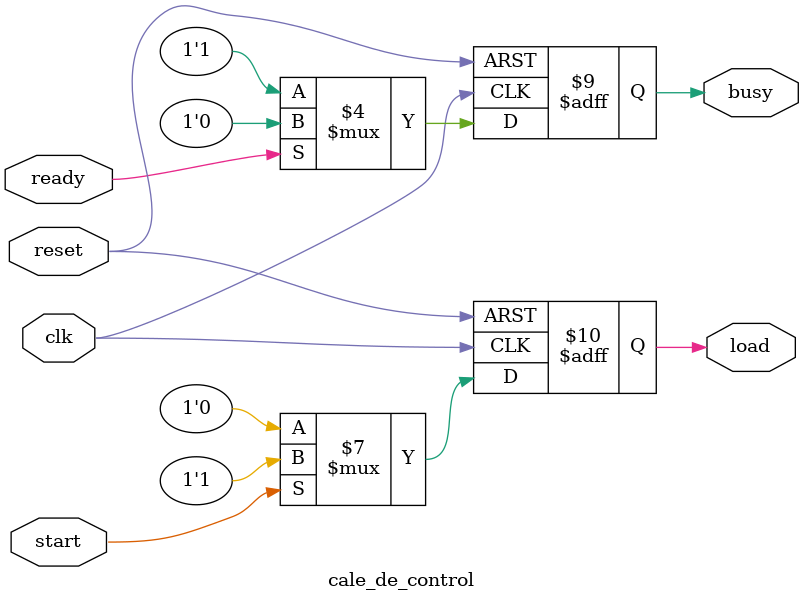
<source format=v>
module cale_de_control (start,reset,clk,load, busy, ready);

input start;
input reset;
input clk;
input ready;
output load;
output busy;

reg load;
reg busy;


always @(posedge clk or posedge reset)
if (reset)
	load <= 'b0; else
	if (start)
	load <= 'b1;
	   else load <= 0;
	
always @(posedge clk or posedge reset)
if (reset)
	busy <= 'b0; else
	if (ready)
	busy <= 'b0; else
	busy <= 'b1;
	
endmodule

</source>
